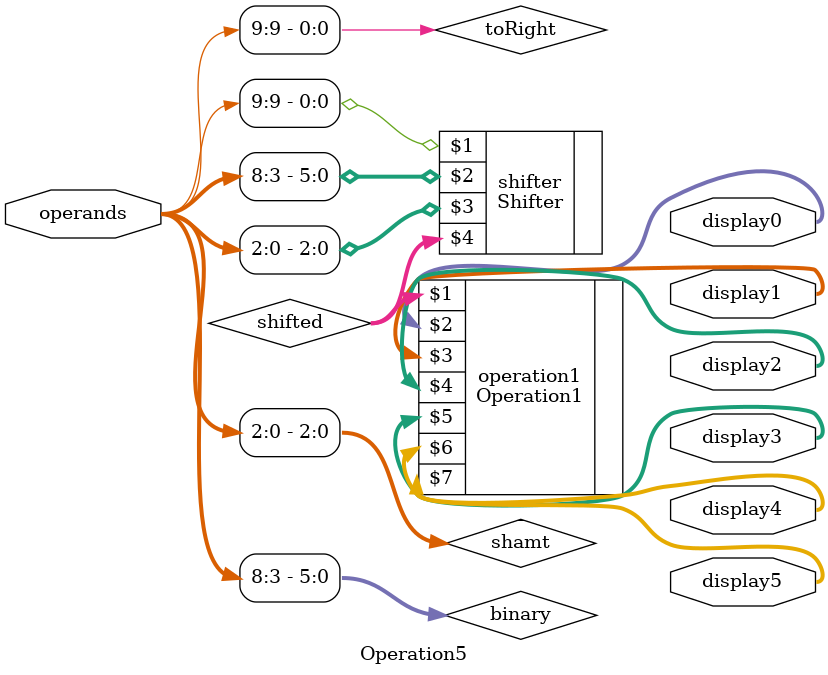
<source format=v>
`timescale 1ns / 1ps
module Operation5(
    input [9:0] operands,
    output [6:0] display0,
    output [6:0] display1,
    output [6:0] display2,
    output [6:0] display3,
    output [6:0] display4,
    output [6:0] display5
    );
wire toRight;
wire [5:0] binary;
wire [2:0] shamt;
wire [5:0] shifted;

assign toRight = operands[9];
assign binary = operands[8:3];
assign shamt = operands[2:0];

Shifter shifter(toRight, binary, shamt, shifted);

Operation1 operation1(shifted, display0, display1, display2, display3, display4, display5);

endmodule

</source>
